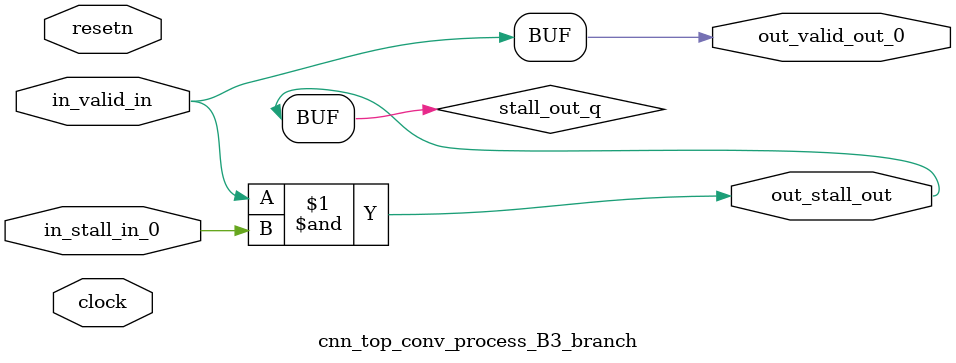
<source format=sv>



(* altera_attribute = "-name AUTO_SHIFT_REGISTER_RECOGNITION OFF; -name MESSAGE_DISABLE 10036; -name MESSAGE_DISABLE 10037; -name MESSAGE_DISABLE 14130; -name MESSAGE_DISABLE 14320; -name MESSAGE_DISABLE 15400; -name MESSAGE_DISABLE 14130; -name MESSAGE_DISABLE 10036; -name MESSAGE_DISABLE 12020; -name MESSAGE_DISABLE 12030; -name MESSAGE_DISABLE 12010; -name MESSAGE_DISABLE 12110; -name MESSAGE_DISABLE 14320; -name MESSAGE_DISABLE 13410; -name MESSAGE_DISABLE 113007; -name MESSAGE_DISABLE 10958" *)
module cnn_top_conv_process_B3_branch (
    input wire [0:0] in_stall_in_0,
    input wire [0:0] in_valid_in,
    output wire [0:0] out_stall_out,
    output wire [0:0] out_valid_out_0,
    input wire clock,
    input wire resetn
    );

    wire [0:0] stall_out_q;


    // stall_out(LOGICAL,6)
    assign stall_out_q = in_valid_in & in_stall_in_0;

    // out_stall_out(GPOUT,4)
    assign out_stall_out = stall_out_q;

    // out_valid_out_0(GPOUT,5)
    assign out_valid_out_0 = in_valid_in;

endmodule

</source>
